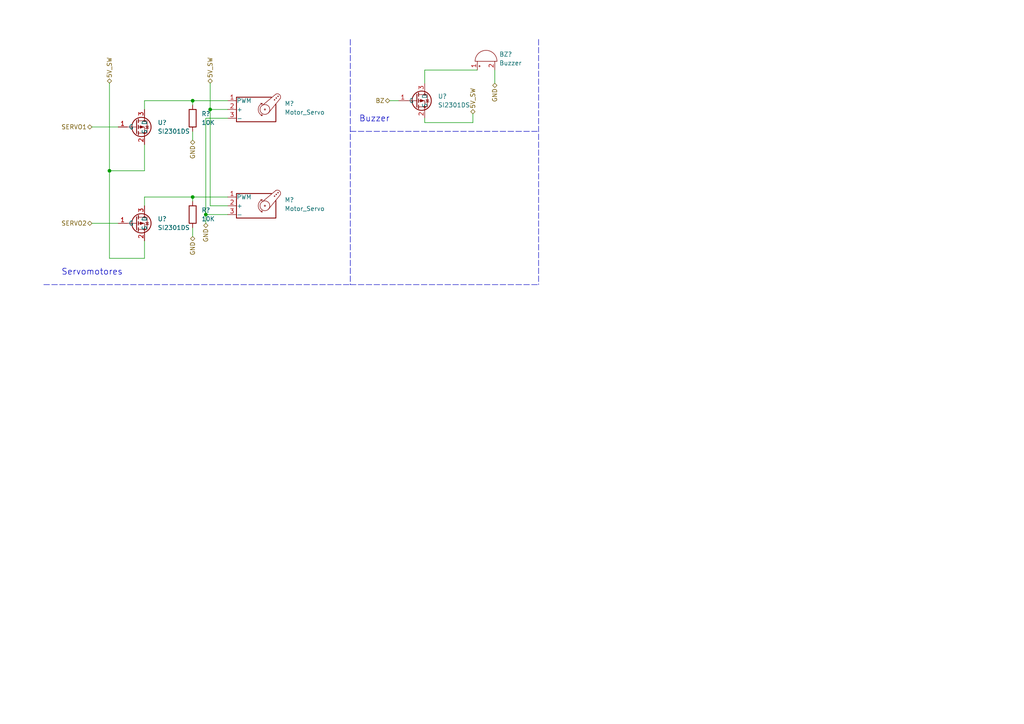
<source format=kicad_sch>
(kicad_sch (version 20211123) (generator eeschema)

  (uuid b711e321-722d-4968-adb3-4d343a3de7af)

  (paper "A4")

  (title_block
    (title "mCALCAN: Placa Sensores AUX")
    (date "2022-09-05")
    (rev "2")
    (company "gVIE")
    (comment 1 "Colegio: ITS Villada")
    (comment 2 "Córdoba, Argentina")
  )

  (lib_symbols
    (symbol "Device:Buzzer" (pin_names (offset 0.0254) hide) (in_bom yes) (on_board yes)
      (property "Reference" "BZ" (id 0) (at 3.81 1.27 0)
        (effects (font (size 1.27 1.27)) (justify left))
      )
      (property "Value" "Buzzer" (id 1) (at 3.81 -1.27 0)
        (effects (font (size 1.27 1.27)) (justify left))
      )
      (property "Footprint" "" (id 2) (at -0.635 2.54 90)
        (effects (font (size 1.27 1.27)) hide)
      )
      (property "Datasheet" "~" (id 3) (at -0.635 2.54 90)
        (effects (font (size 1.27 1.27)) hide)
      )
      (property "ki_keywords" "quartz resonator ceramic" (id 4) (at 0 0 0)
        (effects (font (size 1.27 1.27)) hide)
      )
      (property "ki_description" "Buzzer, polarized" (id 5) (at 0 0 0)
        (effects (font (size 1.27 1.27)) hide)
      )
      (property "ki_fp_filters" "*Buzzer*" (id 6) (at 0 0 0)
        (effects (font (size 1.27 1.27)) hide)
      )
      (symbol "Buzzer_0_1"
        (arc (start 0 -3.175) (mid 3.175 0) (end 0 3.175)
          (stroke (width 0) (type default) (color 0 0 0 0))
          (fill (type none))
        )
        (polyline
          (pts
            (xy -1.651 1.905)
            (xy -1.143 1.905)
          )
          (stroke (width 0) (type default) (color 0 0 0 0))
          (fill (type none))
        )
        (polyline
          (pts
            (xy -1.397 2.159)
            (xy -1.397 1.651)
          )
          (stroke (width 0) (type default) (color 0 0 0 0))
          (fill (type none))
        )
        (polyline
          (pts
            (xy 0 3.175)
            (xy 0 -3.175)
          )
          (stroke (width 0) (type default) (color 0 0 0 0))
          (fill (type none))
        )
      )
      (symbol "Buzzer_1_1"
        (pin passive line (at -2.54 2.54 0) (length 2.54)
          (name "-" (effects (font (size 1.27 1.27))))
          (number "1" (effects (font (size 1.27 1.27))))
        )
        (pin passive line (at -2.54 -2.54 0) (length 2.54)
          (name "+" (effects (font (size 1.27 1.27))))
          (number "2" (effects (font (size 1.27 1.27))))
        )
      )
    )
    (symbol "Device:R" (pin_numbers hide) (pin_names (offset 0)) (in_bom yes) (on_board yes)
      (property "Reference" "R" (id 0) (at 2.032 0 90)
        (effects (font (size 1.27 1.27)))
      )
      (property "Value" "R" (id 1) (at 0 0 90)
        (effects (font (size 1.27 1.27)))
      )
      (property "Footprint" "" (id 2) (at -1.778 0 90)
        (effects (font (size 1.27 1.27)) hide)
      )
      (property "Datasheet" "~" (id 3) (at 0 0 0)
        (effects (font (size 1.27 1.27)) hide)
      )
      (property "ki_keywords" "R res resistor" (id 4) (at 0 0 0)
        (effects (font (size 1.27 1.27)) hide)
      )
      (property "ki_description" "Resistor" (id 5) (at 0 0 0)
        (effects (font (size 1.27 1.27)) hide)
      )
      (property "ki_fp_filters" "R_*" (id 6) (at 0 0 0)
        (effects (font (size 1.27 1.27)) hide)
      )
      (symbol "R_0_1"
        (rectangle (start -1.016 -2.54) (end 1.016 2.54)
          (stroke (width 0.254) (type default) (color 0 0 0 0))
          (fill (type none))
        )
      )
      (symbol "R_1_1"
        (pin passive line (at 0 3.81 270) (length 1.27)
          (name "~" (effects (font (size 1.27 1.27))))
          (number "1" (effects (font (size 1.27 1.27))))
        )
        (pin passive line (at 0 -3.81 90) (length 1.27)
          (name "~" (effects (font (size 1.27 1.27))))
          (number "2" (effects (font (size 1.27 1.27))))
        )
      )
    )
    (symbol "Motor:Motor_Servo" (pin_names (offset 0.0254)) (in_bom yes) (on_board yes)
      (property "Reference" "M" (id 0) (at -5.08 4.445 0)
        (effects (font (size 1.27 1.27)) (justify left))
      )
      (property "Value" "Motor_Servo" (id 1) (at -5.08 -4.064 0)
        (effects (font (size 1.27 1.27)) (justify left top))
      )
      (property "Footprint" "" (id 2) (at 0 -4.826 0)
        (effects (font (size 1.27 1.27)) hide)
      )
      (property "Datasheet" "http://forums.parallax.com/uploads/attachments/46831/74481.png" (id 3) (at 0 -4.826 0)
        (effects (font (size 1.27 1.27)) hide)
      )
      (property "ki_keywords" "Servo Motor" (id 4) (at 0 0 0)
        (effects (font (size 1.27 1.27)) hide)
      )
      (property "ki_description" "Servo Motor (Futaba, HiTec, JR connector)" (id 5) (at 0 0 0)
        (effects (font (size 1.27 1.27)) hide)
      )
      (property "ki_fp_filters" "PinHeader*P2.54mm*" (id 6) (at 0 0 0)
        (effects (font (size 1.27 1.27)) hide)
      )
      (symbol "Motor_Servo_0_1"
        (polyline
          (pts
            (xy 2.413 -1.778)
            (xy 2.032 -1.778)
          )
          (stroke (width 0) (type default) (color 0 0 0 0))
          (fill (type none))
        )
        (polyline
          (pts
            (xy 2.413 -1.778)
            (xy 2.286 -1.397)
          )
          (stroke (width 0) (type default) (color 0 0 0 0))
          (fill (type none))
        )
        (polyline
          (pts
            (xy 2.413 1.778)
            (xy 1.905 1.778)
          )
          (stroke (width 0) (type default) (color 0 0 0 0))
          (fill (type none))
        )
        (polyline
          (pts
            (xy 2.413 1.778)
            (xy 2.286 1.397)
          )
          (stroke (width 0) (type default) (color 0 0 0 0))
          (fill (type none))
        )
        (polyline
          (pts
            (xy 6.35 4.445)
            (xy 2.54 1.27)
          )
          (stroke (width 0) (type default) (color 0 0 0 0))
          (fill (type none))
        )
        (polyline
          (pts
            (xy 7.62 3.175)
            (xy 4.191 -1.016)
          )
          (stroke (width 0) (type default) (color 0 0 0 0))
          (fill (type none))
        )
        (polyline
          (pts
            (xy 5.08 3.556)
            (xy -5.08 3.556)
            (xy -5.08 -3.556)
            (xy 6.35 -3.556)
            (xy 6.35 1.524)
          )
          (stroke (width 0.254) (type default) (color 0 0 0 0))
          (fill (type none))
        )
        (arc (start 2.413 1.778) (mid 1.2406 0) (end 2.413 -1.778)
          (stroke (width 0) (type default) (color 0 0 0 0))
          (fill (type none))
        )
        (circle (center 3.175 0) (radius 0.1778)
          (stroke (width 0) (type default) (color 0 0 0 0))
          (fill (type none))
        )
        (circle (center 3.175 0) (radius 1.4224)
          (stroke (width 0) (type default) (color 0 0 0 0))
          (fill (type none))
        )
        (circle (center 5.969 2.794) (radius 0.127)
          (stroke (width 0) (type default) (color 0 0 0 0))
          (fill (type none))
        )
        (circle (center 6.477 3.302) (radius 0.127)
          (stroke (width 0) (type default) (color 0 0 0 0))
          (fill (type none))
        )
        (circle (center 6.985 3.81) (radius 0.127)
          (stroke (width 0) (type default) (color 0 0 0 0))
          (fill (type none))
        )
        (arc (start 7.62 3.175) (mid 7.4485 4.2735) (end 6.35 4.445)
          (stroke (width 0) (type default) (color 0 0 0 0))
          (fill (type none))
        )
      )
      (symbol "Motor_Servo_1_1"
        (pin passive line (at -7.62 2.54 0) (length 2.54)
          (name "PWM" (effects (font (size 1.27 1.27))))
          (number "1" (effects (font (size 1.27 1.27))))
        )
        (pin passive line (at -7.62 0 0) (length 2.54)
          (name "+" (effects (font (size 1.27 1.27))))
          (number "2" (effects (font (size 1.27 1.27))))
        )
        (pin passive line (at -7.62 -2.54 0) (length 2.54)
          (name "-" (effects (font (size 1.27 1.27))))
          (number "3" (effects (font (size 1.27 1.27))))
        )
      )
    )
    (symbol "mCALCAN_lib:SI2301DS" (in_bom yes) (on_board yes)
      (property "Reference" "U" (id 0) (at 2.54 -1.27 0)
        (effects (font (size 1.27 1.27)))
      )
      (property "Value" "SI2301DS" (id 1) (at 6.35 1.27 0)
        (effects (font (size 1.27 1.27)))
      )
      (property "Footprint" "" (id 2) (at 0 12.7 0)
        (effects (font (size 1.27 1.27)) hide)
      )
      (property "Datasheet" "" (id 3) (at 0 12.7 0)
        (effects (font (size 1.27 1.27)) hide)
      )
      (symbol "SI2301DS_0_1"
        (circle (center -0.889 0) (radius 2.794)
          (stroke (width 0.254) (type default) (color 0 0 0 0))
          (fill (type none))
        )
        (circle (center 0 -1.778) (radius 0.254)
          (stroke (width 0) (type default) (color 0 0 0 0))
          (fill (type outline))
        )
        (polyline
          (pts
            (xy -2.286 0)
            (xy -5.08 0)
          )
          (stroke (width 0) (type default) (color 0 0 0 0))
          (fill (type none))
        )
        (polyline
          (pts
            (xy -2.286 1.905)
            (xy -2.286 -1.905)
          )
          (stroke (width 0.254) (type default) (color 0 0 0 0))
          (fill (type none))
        )
        (polyline
          (pts
            (xy -1.778 -1.27)
            (xy -1.778 -2.286)
          )
          (stroke (width 0.254) (type default) (color 0 0 0 0))
          (fill (type none))
        )
        (polyline
          (pts
            (xy -1.778 0.508)
            (xy -1.778 -0.508)
          )
          (stroke (width 0.254) (type default) (color 0 0 0 0))
          (fill (type none))
        )
        (polyline
          (pts
            (xy -1.778 2.286)
            (xy -1.778 1.27)
          )
          (stroke (width 0.254) (type default) (color 0 0 0 0))
          (fill (type none))
        )
        (polyline
          (pts
            (xy 0 2.54)
            (xy 0 1.778)
          )
          (stroke (width 0) (type default) (color 0 0 0 0))
          (fill (type none))
        )
        (polyline
          (pts
            (xy 0 -2.54)
            (xy 0 0)
            (xy -1.778 0)
          )
          (stroke (width 0) (type default) (color 0 0 0 0))
          (fill (type none))
        )
        (polyline
          (pts
            (xy -1.778 1.778)
            (xy 0.762 1.778)
            (xy 0.762 -1.778)
            (xy -1.778 -1.778)
          )
          (stroke (width 0) (type default) (color 0 0 0 0))
          (fill (type none))
        )
        (polyline
          (pts
            (xy -0.254 0)
            (xy -1.27 0.381)
            (xy -1.27 -0.381)
            (xy -0.254 0)
          )
          (stroke (width 0) (type default) (color 0 0 0 0))
          (fill (type outline))
        )
        (polyline
          (pts
            (xy 0.254 -0.508)
            (xy 0.381 -0.381)
            (xy 1.143 -0.381)
            (xy 1.27 -0.254)
          )
          (stroke (width 0) (type default) (color 0 0 0 0))
          (fill (type none))
        )
        (polyline
          (pts
            (xy 0.762 -0.381)
            (xy 0.381 0.254)
            (xy 1.143 0.254)
            (xy 0.762 -0.381)
          )
          (stroke (width 0) (type default) (color 0 0 0 0))
          (fill (type none))
        )
        (circle (center 0 1.778) (radius 0.254)
          (stroke (width 0) (type default) (color 0 0 0 0))
          (fill (type outline))
        )
      )
      (symbol "SI2301DS_1_1"
        (pin input line (at -7.62 0 0) (length 2.54)
          (name "G" (effects (font (size 1.27 1.27))))
          (number "1" (effects (font (size 1.27 1.27))))
        )
        (pin passive line (at 0 -5.08 90) (length 2.54)
          (name "S" (effects (font (size 1.27 1.27))))
          (number "2" (effects (font (size 1.27 1.27))))
        )
        (pin passive line (at 0 5.08 270) (length 2.54)
          (name "D" (effects (font (size 1.27 1.27))))
          (number "3" (effects (font (size 1.27 1.27))))
        )
      )
    )
  )

  (junction (at 59.69 62.23) (diameter 0) (color 0 0 0 0)
    (uuid 23e0b084-82c0-4626-99e7-a328fac2b087)
  )
  (junction (at 60.96 31.75) (diameter 0) (color 0 0 0 0)
    (uuid 481a25b3-de3d-4c28-a688-879b7e19362f)
  )
  (junction (at 55.88 29.21) (diameter 0) (color 0 0 0 0)
    (uuid 81fd9d5a-6481-4026-8964-c2eebea60a98)
  )
  (junction (at 55.88 57.15) (diameter 0) (color 0 0 0 0)
    (uuid c253dc76-a4ef-4098-826d-208e231fa14f)
  )
  (junction (at 31.75 49.53) (diameter 0) (color 0 0 0 0)
    (uuid e5b83c51-43fd-4624-9b32-3cc96b450761)
  )

  (wire (pts (xy 123.19 35.56) (xy 123.19 34.29))
    (stroke (width 0) (type default) (color 0 0 0 0))
    (uuid 10012d26-78df-45a5-b935-5ea154d4ccde)
  )
  (wire (pts (xy 55.88 29.21) (xy 41.91 29.21))
    (stroke (width 0) (type default) (color 0 0 0 0))
    (uuid 170d3a16-8bc1-4afa-af37-c98ecfb16511)
  )
  (wire (pts (xy 41.91 29.21) (xy 41.91 31.75))
    (stroke (width 0) (type default) (color 0 0 0 0))
    (uuid 1edbf087-1a59-4cf9-9e2d-3de9b8f2c42a)
  )
  (wire (pts (xy 143.51 20.32) (xy 143.51 24.13))
    (stroke (width 0) (type default) (color 0 0 0 0))
    (uuid 2e370652-b681-404c-9777-8a9cb0183b19)
  )
  (wire (pts (xy 123.19 35.56) (xy 137.16 35.56))
    (stroke (width 0) (type default) (color 0 0 0 0))
    (uuid 3049a10a-2670-4b79-9edb-0a436b4bc6d1)
  )
  (polyline (pts (xy 101.6 11.43) (xy 101.6 82.55))
    (stroke (width 0) (type default) (color 0 0 0 0))
    (uuid 37066e98-db5a-497e-ab4c-eb2ef4a0ff15)
  )

  (wire (pts (xy 59.69 62.23) (xy 66.04 62.23))
    (stroke (width 0) (type default) (color 0 0 0 0))
    (uuid 38a918a0-0065-4c30-9b9d-ba3dda3430f4)
  )
  (wire (pts (xy 60.96 24.13) (xy 60.96 31.75))
    (stroke (width 0) (type default) (color 0 0 0 0))
    (uuid 4729b2b4-9ecc-405b-a64f-3d18d1f74980)
  )
  (wire (pts (xy 31.75 49.53) (xy 41.91 49.53))
    (stroke (width 0) (type default) (color 0 0 0 0))
    (uuid 4fd135f0-38be-402a-9bc7-59f09498eddd)
  )
  (wire (pts (xy 66.04 31.75) (xy 60.96 31.75))
    (stroke (width 0) (type default) (color 0 0 0 0))
    (uuid 5268f7e1-e957-432b-b70a-5c6ce4bbf01b)
  )
  (wire (pts (xy 55.88 29.21) (xy 55.88 30.48))
    (stroke (width 0) (type default) (color 0 0 0 0))
    (uuid 5514b6a7-b0da-4457-be9a-53152bfd8abf)
  )
  (wire (pts (xy 55.88 57.15) (xy 55.88 58.42))
    (stroke (width 0) (type default) (color 0 0 0 0))
    (uuid 58c3be68-86b6-40b9-bad2-89c69f9aae6e)
  )
  (wire (pts (xy 41.91 57.15) (xy 55.88 57.15))
    (stroke (width 0) (type default) (color 0 0 0 0))
    (uuid 6ca35fdd-4d72-41fd-acdf-262842119a33)
  )
  (polyline (pts (xy 156.21 11.43) (xy 156.21 82.55))
    (stroke (width 0) (type default) (color 0 0 0 0))
    (uuid 7634ff85-abe8-4314-9633-58a3d1bccb57)
  )

  (wire (pts (xy 60.96 31.75) (xy 60.96 59.69))
    (stroke (width 0) (type default) (color 0 0 0 0))
    (uuid 782f0f50-e571-436a-80de-68507fb1cc0b)
  )
  (wire (pts (xy 138.43 20.32) (xy 123.19 20.32))
    (stroke (width 0) (type default) (color 0 0 0 0))
    (uuid 7a737ae7-40b0-4055-90f7-e180a3503e9b)
  )
  (wire (pts (xy 31.75 74.93) (xy 31.75 49.53))
    (stroke (width 0) (type default) (color 0 0 0 0))
    (uuid 7dcb5d44-ed2c-4220-b4b8-9e6d6b793639)
  )
  (wire (pts (xy 59.69 34.29) (xy 59.69 62.23))
    (stroke (width 0) (type default) (color 0 0 0 0))
    (uuid 80b50702-eb19-4e23-a63e-a86dab0425e3)
  )
  (wire (pts (xy 66.04 34.29) (xy 59.69 34.29))
    (stroke (width 0) (type default) (color 0 0 0 0))
    (uuid 921bb2b6-ac5c-47e4-93b4-1619c7e1308c)
  )
  (polyline (pts (xy 101.6 38.1) (xy 156.21 38.1))
    (stroke (width 0) (type default) (color 0 0 0 0))
    (uuid 922d3dfe-8d1e-4bcd-b555-e72832a96d06)
  )

  (wire (pts (xy 26.67 36.83) (xy 34.29 36.83))
    (stroke (width 0) (type default) (color 0 0 0 0))
    (uuid 98ba1f83-29b0-4e63-b3fc-78524cf3b016)
  )
  (wire (pts (xy 26.67 64.77) (xy 34.29 64.77))
    (stroke (width 0) (type default) (color 0 0 0 0))
    (uuid a6c60ccd-5525-4c2e-ba3e-45b5d44971d6)
  )
  (wire (pts (xy 41.91 69.85) (xy 41.91 74.93))
    (stroke (width 0) (type default) (color 0 0 0 0))
    (uuid b168edb0-9191-4f74-8278-9c9fb73a0128)
  )
  (wire (pts (xy 55.88 66.04) (xy 55.88 68.58))
    (stroke (width 0) (type default) (color 0 0 0 0))
    (uuid ba2af17f-ffae-47d0-91a2-c4ad81640d55)
  )
  (wire (pts (xy 41.91 59.69) (xy 41.91 57.15))
    (stroke (width 0) (type default) (color 0 0 0 0))
    (uuid c21cf5be-85ee-4cd8-9727-43508a546cea)
  )
  (wire (pts (xy 31.75 24.13) (xy 31.75 49.53))
    (stroke (width 0) (type default) (color 0 0 0 0))
    (uuid c22607d0-7889-41e6-8948-1b6ab2bc79f7)
  )
  (wire (pts (xy 137.16 33.02) (xy 137.16 35.56))
    (stroke (width 0) (type default) (color 0 0 0 0))
    (uuid c7069406-e4fa-48f9-a4db-bbf90511136e)
  )
  (wire (pts (xy 55.88 38.1) (xy 55.88 40.64))
    (stroke (width 0) (type default) (color 0 0 0 0))
    (uuid c8d84d12-b340-4d70-8d41-c067800dc7db)
  )
  (wire (pts (xy 59.69 62.23) (xy 59.69 64.77))
    (stroke (width 0) (type default) (color 0 0 0 0))
    (uuid ce712f5f-f2bd-4979-b35a-7b30a280c59d)
  )
  (wire (pts (xy 123.19 20.32) (xy 123.19 24.13))
    (stroke (width 0) (type default) (color 0 0 0 0))
    (uuid d08f8f22-9330-4da4-9d79-9a6429e1d9cc)
  )
  (wire (pts (xy 55.88 57.15) (xy 66.04 57.15))
    (stroke (width 0) (type default) (color 0 0 0 0))
    (uuid d3357d72-c937-41dc-8c62-5066c649bfd6)
  )
  (wire (pts (xy 41.91 74.93) (xy 31.75 74.93))
    (stroke (width 0) (type default) (color 0 0 0 0))
    (uuid d7425f13-820b-488b-b946-718d97f9615f)
  )
  (polyline (pts (xy 101.6 82.55) (xy 156.21 82.55))
    (stroke (width 0) (type default) (color 0 0 0 0))
    (uuid db79fb29-2771-4f8b-ab3e-4285b725096b)
  )

  (wire (pts (xy 66.04 29.21) (xy 55.88 29.21))
    (stroke (width 0) (type default) (color 0 0 0 0))
    (uuid e1015e14-64bf-45f5-8f06-36e2de13242b)
  )
  (polyline (pts (xy 12.7 82.55) (xy 101.6 82.55))
    (stroke (width 0) (type default) (color 0 0 0 0))
    (uuid f0414df8-e0f8-4396-84c7-bac95db5baa3)
  )

  (wire (pts (xy 60.96 59.69) (xy 66.04 59.69))
    (stroke (width 0) (type default) (color 0 0 0 0))
    (uuid f13051fb-479a-4e7e-9c3d-ca1854bf1ef5)
  )
  (wire (pts (xy 113.03 29.21) (xy 115.57 29.21))
    (stroke (width 0) (type default) (color 0 0 0 0))
    (uuid f74473c1-afee-48ef-8d42-0f939c387a09)
  )
  (wire (pts (xy 41.91 41.91) (xy 41.91 49.53))
    (stroke (width 0) (type default) (color 0 0 0 0))
    (uuid fffe3434-641a-4c4b-ba3e-1b5c572968fb)
  )

  (text "Buzzer" (at 104.14 35.56 0)
    (effects (font (size 1.75 1.75)) (justify left bottom))
    (uuid 4ad0567a-1af2-452a-b3b6-5c4b5ba13a45)
  )
  (text "Servomotores" (at 17.78 80.01 0)
    (effects (font (size 1.75 1.75)) (justify left bottom))
    (uuid b5894f07-7e7a-4fa3-8338-02f12c1f7453)
  )

  (hierarchical_label "SERVO1" (shape bidirectional) (at 26.67 36.83 180)
    (effects (font (size 1.27 1.27)) (justify right))
    (uuid 28a78643-61fe-403c-9ff3-a85a00d85fa5)
  )
  (hierarchical_label "5V_SW" (shape bidirectional) (at 137.16 33.02 90)
    (effects (font (size 1.27 1.27)) (justify left))
    (uuid 8b6af296-0fdd-47e2-a5b5-9eb3d8818974)
  )
  (hierarchical_label "GND" (shape bidirectional) (at 143.51 24.13 270)
    (effects (font (size 1.27 1.27)) (justify right))
    (uuid 93269c51-7091-4c83-8691-e6a2af61392f)
  )
  (hierarchical_label "5V_SW" (shape bidirectional) (at 31.75 24.13 90)
    (effects (font (size 1.27 1.27)) (justify left))
    (uuid 952dd122-c67f-46db-afa8-55c156ef7024)
  )
  (hierarchical_label "5V_SW" (shape bidirectional) (at 60.96 24.13 90)
    (effects (font (size 1.27 1.27)) (justify left))
    (uuid 98c85821-86a7-4c76-bbd5-82f0d8c307de)
  )
  (hierarchical_label "GND" (shape bidirectional) (at 55.88 68.58 270)
    (effects (font (size 1.27 1.27)) (justify right))
    (uuid a44d81f1-8c74-4c2f-8f35-de1d1763a6ae)
  )
  (hierarchical_label "GND" (shape bidirectional) (at 55.88 40.64 270)
    (effects (font (size 1.27 1.27)) (justify right))
    (uuid aae57f8e-f3ac-4aae-9c19-603613717d34)
  )
  (hierarchical_label "GND" (shape bidirectional) (at 59.69 64.77 270)
    (effects (font (size 1.27 1.27)) (justify right))
    (uuid d74c1898-5bc1-4916-88fd-70a3a3d61741)
  )
  (hierarchical_label "BZ" (shape bidirectional) (at 113.03 29.21 180)
    (effects (font (size 1.27 1.27)) (justify right))
    (uuid e141f02a-b3dc-44ed-b012-73cb34ce6578)
  )
  (hierarchical_label "SERVO2" (shape bidirectional) (at 26.67 64.77 180)
    (effects (font (size 1.27 1.27)) (justify right))
    (uuid fab468e7-647d-4dad-9794-ba874295de66)
  )

  (symbol (lib_id "Motor:Motor_Servo") (at 73.66 59.69 0) (unit 1)
    (in_bom yes) (on_board yes) (fields_autoplaced)
    (uuid 06819848-8e5f-4af7-bc3b-036d06008fe9)
    (property "Reference" "M?" (id 0) (at 82.55 57.9865 0)
      (effects (font (size 1.27 1.27)) (justify left))
    )
    (property "Value" "Motor_Servo" (id 1) (at 82.55 60.5265 0)
      (effects (font (size 1.27 1.27)) (justify left))
    )
    (property "Footprint" "Connector_PinHeader_2.54mm:PinHeader_1x03_P2.54mm_Vertical" (id 2) (at 73.66 64.516 0)
      (effects (font (size 1.27 1.27)) hide)
    )
    (property "Datasheet" "http://forums.parallax.com/uploads/attachments/46831/74481.png" (id 3) (at 73.66 64.516 0)
      (effects (font (size 1.27 1.27)) hide)
    )
    (pin "1" (uuid 4ea29bed-1064-4bdd-9df8-f911575ed8fc))
    (pin "2" (uuid a85c328d-91f8-4bea-bdc9-2b11cd503f79))
    (pin "3" (uuid de556e5c-85c0-4adc-bf30-0d8473d1a213))
  )

  (symbol (lib_id "mCALCAN_lib:SI2301DS") (at 41.91 36.83 0) (unit 1)
    (in_bom yes) (on_board yes) (fields_autoplaced)
    (uuid 2a6106df-4d9d-44f4-8350-d2c326433144)
    (property "Reference" "U?" (id 0) (at 45.72 35.5599 0)
      (effects (font (size 1.27 1.27)) (justify left))
    )
    (property "Value" "SI2301DS" (id 1) (at 45.72 38.0999 0)
      (effects (font (size 1.27 1.27)) (justify left))
    )
    (property "Footprint" "Package_TO_SOT_SMD:SOT-23" (id 2) (at 41.91 24.13 0)
      (effects (font (size 1.27 1.27)) hide)
    )
    (property "Datasheet" "" (id 3) (at 41.91 24.13 0)
      (effects (font (size 1.27 1.27)) hide)
    )
    (pin "1" (uuid f684797e-830f-47ba-a8d9-b09924a3444d))
    (pin "2" (uuid 973f3410-ad48-493d-8e6a-3a373ef2cad0))
    (pin "3" (uuid ebbfef2a-2f58-4fd5-a812-580cfcc283fb))
  )

  (symbol (lib_id "mCALCAN_lib:SI2301DS") (at 123.19 29.21 0) (unit 1)
    (in_bom yes) (on_board yes) (fields_autoplaced)
    (uuid 2dff0075-04b1-4f46-94a1-d96e47513ce2)
    (property "Reference" "U?" (id 0) (at 127 27.9399 0)
      (effects (font (size 1.27 1.27)) (justify left))
    )
    (property "Value" "SI2301DS" (id 1) (at 127 30.4799 0)
      (effects (font (size 1.27 1.27)) (justify left))
    )
    (property "Footprint" "Package_TO_SOT_SMD:SOT-23" (id 2) (at 123.19 16.51 0)
      (effects (font (size 1.27 1.27)) hide)
    )
    (property "Datasheet" "" (id 3) (at 123.19 16.51 0)
      (effects (font (size 1.27 1.27)) hide)
    )
    (pin "1" (uuid 3d428534-1be6-4912-a330-f4037fcd8aa7))
    (pin "2" (uuid efe8fe93-c453-44b6-895a-1322e6421e89))
    (pin "3" (uuid 1a5d23d3-dd29-4dc2-827b-2eb93314fe09))
  )

  (symbol (lib_id "Motor:Motor_Servo") (at 73.66 31.75 0) (unit 1)
    (in_bom yes) (on_board yes) (fields_autoplaced)
    (uuid 745d2961-705e-4d5a-a640-84ad7705808b)
    (property "Reference" "M?" (id 0) (at 82.55 30.0465 0)
      (effects (font (size 1.27 1.27)) (justify left))
    )
    (property "Value" "Motor_Servo" (id 1) (at 82.55 32.5865 0)
      (effects (font (size 1.27 1.27)) (justify left))
    )
    (property "Footprint" "Connector_PinHeader_2.54mm:PinHeader_1x03_P2.54mm_Vertical" (id 2) (at 73.66 36.576 0)
      (effects (font (size 1.27 1.27)) hide)
    )
    (property "Datasheet" "http://forums.parallax.com/uploads/attachments/46831/74481.png" (id 3) (at 73.66 36.576 0)
      (effects (font (size 1.27 1.27)) hide)
    )
    (pin "1" (uuid c84dda97-0d16-498d-8490-27f69cd4b8d7))
    (pin "2" (uuid 0f2b7cd0-1fa1-428c-abbd-9e19d88ba3c7))
    (pin "3" (uuid 56dcf33f-bd34-4105-bab2-61a3aa8c3378))
  )

  (symbol (lib_id "Device:R") (at 55.88 62.23 0) (unit 1)
    (in_bom yes) (on_board yes) (fields_autoplaced)
    (uuid 7d7839de-2e37-46f0-bf69-7494fea187b6)
    (property "Reference" "R?" (id 0) (at 58.42 60.9599 0)
      (effects (font (size 1.27 1.27)) (justify left))
    )
    (property "Value" "10K" (id 1) (at 58.42 63.4999 0)
      (effects (font (size 1.27 1.27)) (justify left))
    )
    (property "Footprint" "Resistor_SMD:R_0805_2012Metric_Pad1.20x1.40mm_HandSolder" (id 2) (at 54.102 62.23 90)
      (effects (font (size 1.27 1.27)) hide)
    )
    (property "Datasheet" "~" (id 3) (at 55.88 62.23 0)
      (effects (font (size 1.27 1.27)) hide)
    )
    (pin "1" (uuid fee62ee9-7b54-4d5b-ab78-f6f9b35ff59a))
    (pin "2" (uuid 73a2c5c6-f326-4bfb-9fd8-5b7f6e48dfef))
  )

  (symbol (lib_id "Device:Buzzer") (at 140.97 17.78 90) (unit 1)
    (in_bom yes) (on_board yes) (fields_autoplaced)
    (uuid 7e587228-ec77-4507-9e73-7bb977e4f48e)
    (property "Reference" "BZ?" (id 0) (at 144.78 15.7479 90)
      (effects (font (size 1.27 1.27)) (justify right))
    )
    (property "Value" "Buzzer" (id 1) (at 144.78 18.2879 90)
      (effects (font (size 1.27 1.27)) (justify right))
    )
    (property "Footprint" "Buzzer_Beeper:Buzzer_12x9.5RM7.6" (id 2) (at 138.43 18.415 90)
      (effects (font (size 1.27 1.27)) hide)
    )
    (property "Datasheet" "~" (id 3) (at 138.43 18.415 90)
      (effects (font (size 1.27 1.27)) hide)
    )
    (pin "1" (uuid aea8f2bc-5cd5-444b-9130-8b8bbd77f8d8))
    (pin "2" (uuid be57f1bb-1a3f-4a57-a25a-46434b2147b4))
  )

  (symbol (lib_id "Device:R") (at 55.88 34.29 0) (unit 1)
    (in_bom yes) (on_board yes) (fields_autoplaced)
    (uuid b7e6c437-3001-4178-9863-5499ddabbe32)
    (property "Reference" "R?" (id 0) (at 58.42 33.0199 0)
      (effects (font (size 1.27 1.27)) (justify left))
    )
    (property "Value" "10K" (id 1) (at 58.42 35.5599 0)
      (effects (font (size 1.27 1.27)) (justify left))
    )
    (property "Footprint" "Resistor_SMD:R_0805_2012Metric_Pad1.20x1.40mm_HandSolder" (id 2) (at 54.102 34.29 90)
      (effects (font (size 1.27 1.27)) hide)
    )
    (property "Datasheet" "~" (id 3) (at 55.88 34.29 0)
      (effects (font (size 1.27 1.27)) hide)
    )
    (pin "1" (uuid f1eff650-2183-43af-8e46-24ee92ae0157))
    (pin "2" (uuid d0b3d48a-ed91-400e-b522-3dba8a307b54))
  )

  (symbol (lib_id "mCALCAN_lib:SI2301DS") (at 41.91 64.77 0) (unit 1)
    (in_bom yes) (on_board yes) (fields_autoplaced)
    (uuid e4756e5c-2bb9-4fa0-b56c-795a8d1ee44c)
    (property "Reference" "U?" (id 0) (at 45.72 63.4999 0)
      (effects (font (size 1.27 1.27)) (justify left))
    )
    (property "Value" "SI2301DS" (id 1) (at 45.72 66.0399 0)
      (effects (font (size 1.27 1.27)) (justify left))
    )
    (property "Footprint" "Package_TO_SOT_SMD:SOT-23" (id 2) (at 41.91 52.07 0)
      (effects (font (size 1.27 1.27)) hide)
    )
    (property "Datasheet" "" (id 3) (at 41.91 52.07 0)
      (effects (font (size 1.27 1.27)) hide)
    )
    (pin "1" (uuid d3d8f82f-fea1-4f34-ad30-64bf39f5248e))
    (pin "2" (uuid facd02e4-12db-4247-afb1-87548d6364e0))
    (pin "3" (uuid 79b087df-9ef8-477e-8951-477c9c367320))
  )
)

</source>
